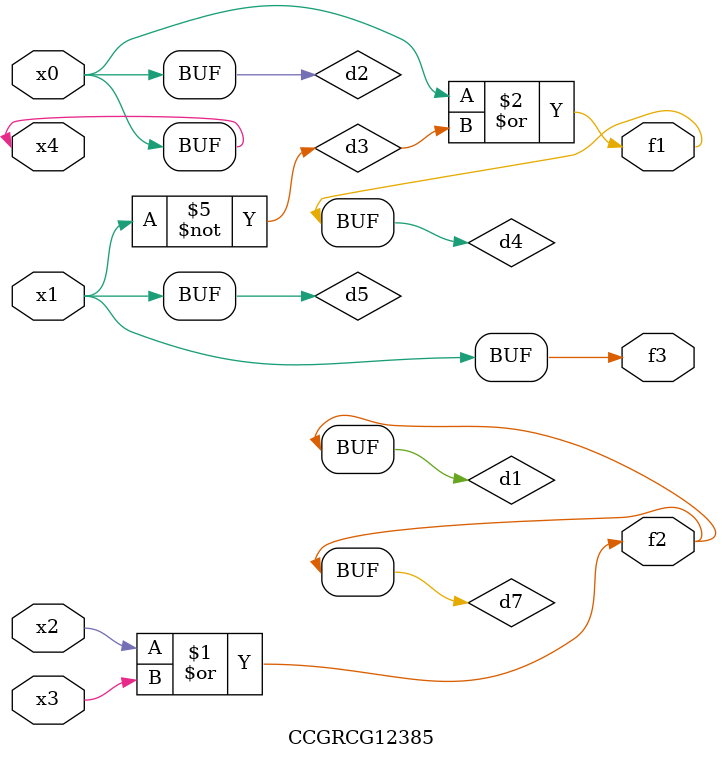
<source format=v>
module CCGRCG12385(
	input x0, x1, x2, x3, x4,
	output f1, f2, f3
);

	wire d1, d2, d3, d4, d5, d6, d7;

	or (d1, x2, x3);
	buf (d2, x0, x4);
	not (d3, x1);
	or (d4, d2, d3);
	not (d5, d3);
	nand (d6, d1, d3);
	or (d7, d1);
	assign f1 = d4;
	assign f2 = d7;
	assign f3 = d5;
endmodule

</source>
